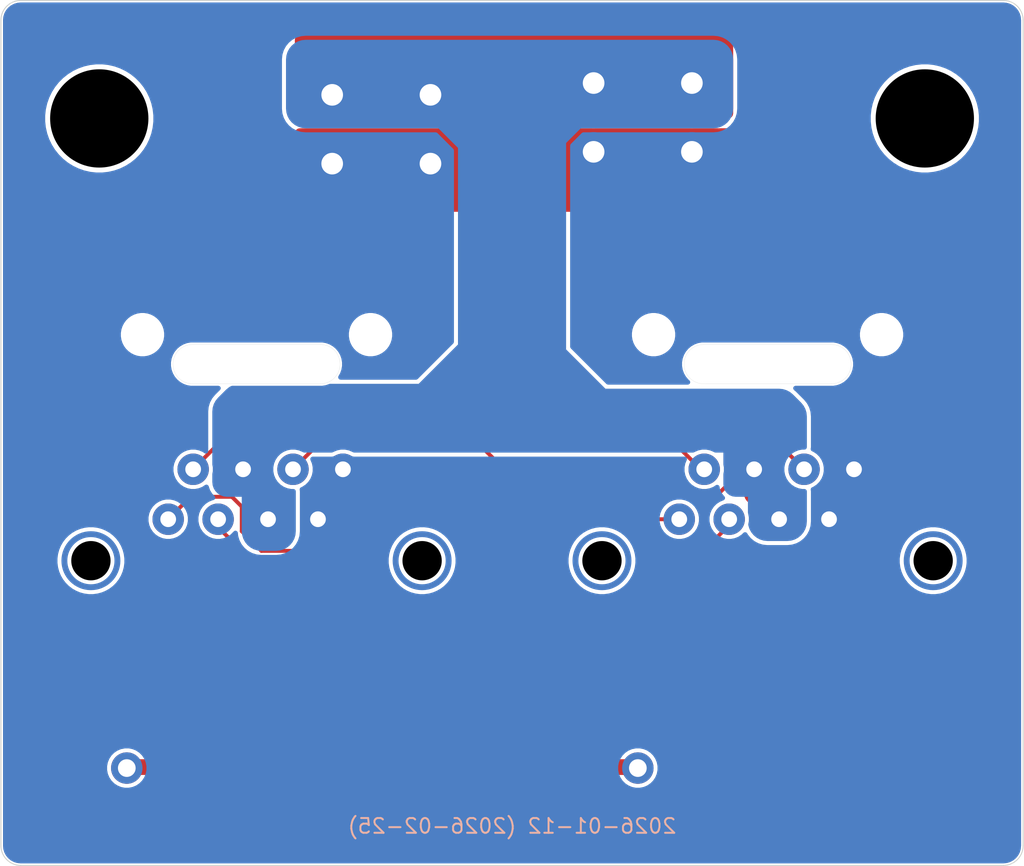
<source format=kicad_pcb>
(kicad_pcb (version 20241229) (generator "pcbnew") (generator_version "9.0")
  (title_block (date "2026-02-25") (rev "2026-01-12"))
  (layers (0 "F.Cu" signal "Front") (4 "In1.Cu" power) (6 "In2.Cu" power) (2 "B.Cu" signal "Back") (13 "F.Paste" user) (5 "F.SilkS" user "F.Silkscreen") (7 "B.SilkS" user "B.Silkscreen") (1 "F.Mask" user) (3 "B.Mask" user) (25 "Edge.Cuts" user))
  (property "Order-Number" "JLCJLCJLCJLC")
  (net 0 "")
  (net 1 "GND")
  (net 2 "+VLINK")
  (net 3 "/RX-A")
  (net 4 "/TX-Z")
  (net 5 "/RX-B")
  (net 6 "/TX-Y")
  (net 7 "Shield")
  (footprint "V2_Mechanical:MountingHole_5mm" (layer "F.Cu") (at 122 79)
    (property "Reference" "H101" (hide yes))
    (property "Value" "5mm" (hide yes))
    (pad "" np_thru_hole circle (at 0 0) (size 5 5) (drill 5) (layers "*.Mask"))
  )
  (footprint "V2_Mechanical:MountingHole_5mm" (layer "F.Cu") (at 164 79)
    (property "Reference" "H102" (hide yes))
    (property "Value" "5mm" (hide yes))
    (pad "" np_thru_hole circle (at 0 0) (size 5 5) (drill 5) (layers "*.Mask"))
  )
  (footprint "V2_Connector_WAGO:2601-1101" (layer "F.Cu") (at 150.25 77.5 90)
    (property "Reference" "J106" (hide yes))
    (property "Value" "WAGO 2601-1101" (hide yes))
    (pad "1" thru_hole circle (at 0.3 -3.1 90) (size 2 2) (drill 1.1) (layers "*.Cu" "*.Mask") (net 2 "+VLINK"))
    (pad "1" thru_hole circle (at 0.3 1.9 90) (size 2 2) (drill 1.1) (layers "*.Cu" "*.Mask") (net 2 "+VLINK"))
  )
  (footprint "V2_Artwork:Plus_Small" (layer "F.Cu") (at 126.5 77.25 90)
    (property "Reference" "ICON102" (hide yes))
    (property "Value" "Plus" (hide yes))
    (fp_circle (center 0 0) (end 1 0) (stroke (width 0.15)) (fill no) (layer "F.Cu"))
    (fp_poly (pts (xy -0.1 -0.6) (xy 0.1 -0.6) (xy 0.1 -0.1) (xy 0.6 -0.1) (xy 0.6 0.1) (xy 0.1 0.1) (xy 0.1 0.6) (xy -0.1 0.6) (xy -0.1 0.1) (xy -0.6 0.1) (xy -0.6 -0.1) (xy -0.1 -0.1)) (fill yes) (layer "F.Cu"))
  )
  (footprint "V2_Connector_EtherCon:NE8FAV" (layer "F.Cu") (at 156 101.5)
    (property "Reference" "J102" (hide yes))
    (property "Value" "NE8FAV" (hide yes))
    (fp_circle (center -8.425 0) (end -7.075 0) (stroke (width 0.3)) (fill no) (layer "B.Cu"))
    (fp_circle (center 8.425 0) (end 9.775 0) (stroke (width 0.3)) (fill no) (layer "B.Cu"))
    (fp_line (start -3.25 -11) (end 3.25 -11) (stroke (width 0.01)) (layer "Edge.Cuts"))
    (fp_line (start 3.25 -9) (end -3.25 -9) (stroke (width 0.01)) (layer "Edge.Cuts"))
    (fp_arc (start -4.25 -10) (mid -3.957107 -10.707107) (end -3.25 -11) (stroke (width 0.01)) (layer "Edge.Cuts"))
    (fp_arc (start -3.25 -9) (mid -3.957107 -9.292894) (end -4.25 -10.000002) (stroke (width 0.01)) (layer "Edge.Cuts"))
    (fp_arc (start 3.25 -11) (mid 3.957107 -10.707107) (end 4.25 -10) (stroke (width 0.01)) (layer "Edge.Cuts"))
    (fp_arc (start 4.25 -10) (mid 3.957107 -9.292893) (end 3.25 -9) (stroke (width 0.01)) (layer "Edge.Cuts"))
    (pad "" np_thru_hole circle (at -8.425 0) (size 2 2) (drill 2) (layers "*.Mask"))
    (pad "" np_thru_hole circle (at -5.8 -11.5) (size 1.7 1.7) (drill 1.7) (layers "*.Cu" "*.Mask"))
    (pad "" np_thru_hole circle (at 5.8 -11.5) (size 1.7 1.7) (drill 1.7) (layers "*.Cu" "*.Mask"))
    (pad "" np_thru_hole circle (at 8.425 0) (size 2 2) (drill 2) (layers "*.Mask"))
    (pad "1" thru_hole circle (at -4.493288 -2.11 180) (size 1.6 1.6) (drill 0.8) (layers "*.Cu" "*.Mask") (net 6 "/TX-Y"))
    (pad "2" thru_hole circle (at -3.223288 -4.65 180) (size 1.6 1.6) (drill 0.8) (layers "*.Cu" "*.Mask") (net 4 "/TX-Z"))
    (pad "3" thru_hole circle (at -1.953288 -2.11 180) (size 1.6 1.6) (drill 0.8) (layers "*.Cu" "*.Mask") (net 3 "/RX-A"))
    (pad "4" thru_hole circle (at -0.683288 -4.65 180) (size 1.6 1.6) (drill 0.8) (layers "*.Cu" "*.Mask") (net 2 "+VLINK"))
    (pad "5" thru_hole circle (at 0.586712 -2.11 180) (size 1.6 1.6) (drill 0.8) (layers "*.Cu" "*.Mask") (net 2 "+VLINK"))
    (pad "6" thru_hole circle (at 1.856712 -4.65 180) (size 1.6 1.6) (drill 0.8) (layers "*.Cu" "*.Mask") (net 5 "/RX-B"))
    (pad "7" thru_hole circle (at 3.126712 -2.11 180) (size 1.6 1.6) (drill 0.8) (layers "*.Cu" "*.Mask") (net 1 "GND"))
    (pad "8" thru_hole circle (at 4.396712 -4.65 180) (size 1.6 1.6) (drill 0.8) (layers "*.Cu" "*.Mask") (net 1 "GND"))
    (pad "S" thru_hole circle (at -6.6 10.55 180) (size 1.6 1.6) (drill 0.9) (layers "*.Cu" "*.Mask") (net 7 "Shield"))
  )
  (footprint "V2_Connector_WAGO:2601-1101" (layer "F.Cu") (at 150.25 81 90)
    (property "Reference" "J105" (hide yes))
    (property "Value" "WAGO 2601-1101" (hide yes))
    (pad "1" thru_hole circle (at 0.3 -3.1 90) (size 2 2) (drill 1.1) (layers "*.Cu" "*.Mask") (net 1 "GND"))
    (pad "1" thru_hole circle (at 0.3 1.9 90) (size 2 2) (drill 1.1) (layers "*.Cu" "*.Mask") (net 1 "GND"))
  )
  (footprint "V2_Connector_EtherCon:NE8FAV" (layer "F.Cu") (at 130 101.5)
    (property "Reference" "J101" (hide yes))
    (property "Value" "NE8FAV" (hide yes))
    (fp_circle (center -8.425 0) (end -7.075 0) (stroke (width 0.3)) (fill no) (layer "B.Cu"))
    (fp_circle (center 8.425 0) (end 9.775 0) (stroke (width 0.3)) (fill no) (layer "B.Cu"))
    (fp_line (start -3.25 -11) (end 3.25 -11) (stroke (width 0.01)) (layer "Edge.Cuts"))
    (fp_line (start 3.25 -9) (end -3.25 -9) (stroke (width 0.01)) (layer "Edge.Cuts"))
    (fp_arc (start -4.25 -10) (mid -3.957107 -10.707107) (end -3.25 -11) (stroke (width 0.01)) (layer "Edge.Cuts"))
    (fp_arc (start -3.25 -9) (mid -3.957107 -9.292894) (end -4.25 -10.000002) (stroke (width 0.01)) (layer "Edge.Cuts"))
    (fp_arc (start 3.25 -11) (mid 3.957107 -10.707107) (end 4.25 -10) (stroke (width 0.01)) (layer "Edge.Cuts"))
    (fp_arc (start 4.25 -10) (mid 3.957107 -9.292893) (end 3.25 -9) (stroke (width 0.01)) (layer "Edge.Cuts"))
    (pad "" np_thru_hole circle (at -8.425 0) (size 2 2) (drill 2) (layers "*.Mask"))
    (pad "" np_thru_hole circle (at -5.8 -11.5) (size 1.7 1.7) (drill 1.7) (layers "*.Cu" "*.Mask"))
    (pad "" np_thru_hole circle (at 5.8 -11.5) (size 1.7 1.7) (drill 1.7) (layers "*.Cu" "*.Mask"))
    (pad "" np_thru_hole circle (at 8.425 0) (size 2 2) (drill 2) (layers "*.Mask"))
    (pad "1" thru_hole circle (at -4.493288 -2.11 180) (size 1.6 1.6) (drill 0.8) (layers "*.Cu" "*.Mask") (net 6 "/TX-Y"))
    (pad "2" thru_hole circle (at -3.223288 -4.65 180) (size 1.6 1.6) (drill 0.8) (layers "*.Cu" "*.Mask") (net 4 "/TX-Z"))
    (pad "3" thru_hole circle (at -1.953288 -2.11 180) (size 1.6 1.6) (drill 0.8) (layers "*.Cu" "*.Mask") (net 3 "/RX-A"))
    (pad "4" thru_hole circle (at -0.683288 -4.65 180) (size 1.6 1.6) (drill 0.8) (layers "*.Cu" "*.Mask") (net 2 "+VLINK"))
    (pad "5" thru_hole circle (at 0.586712 -2.11 180) (size 1.6 1.6) (drill 0.8) (layers "*.Cu" "*.Mask") (net 2 "+VLINK"))
    (pad "6" thru_hole circle (at 1.856712 -4.65 180) (size 1.6 1.6) (drill 0.8) (layers "*.Cu" "*.Mask") (net 5 "/RX-B"))
    (pad "7" thru_hole circle (at 3.126712 -2.11 180) (size 1.6 1.6) (drill 0.8) (layers "*.Cu" "*.Mask") (net 1 "GND"))
    (pad "8" thru_hole circle (at 4.396712 -4.65 180) (size 1.6 1.6) (drill 0.8) (layers "*.Cu" "*.Mask") (net 1 "GND"))
    (pad "S" thru_hole circle (at -6.6 10.55 180) (size 1.6 1.6) (drill 0.9) (layers "*.Cu" "*.Mask") (net 7 "Shield"))
  )
  (footprint "V2_Connector_WAGO:2601-1101" (layer "F.Cu") (at 135.75 81 -90)
    (property "Reference" "J103" (hide yes))
    (property "Value" "WAGO 2601-1101" (hide yes))
    (pad "1" thru_hole circle (at 0.3 -3.1 270) (size 2 2) (drill 1.1) (layers "*.Cu" "*.Mask") (net 1 "GND"))
    (pad "1" thru_hole circle (at 0.3 1.9 270) (size 2 2) (drill 1.1) (layers "*.Cu" "*.Mask") (net 1 "GND"))
  )
  (footprint "V2_Connector_WAGO:2601-1101" (layer "F.Cu") (at 135.75 77.5 -90)
    (property "Reference" "J104" (hide yes))
    (property "Value" "WAGO 2601-1101" (hide yes))
    (pad "1" thru_hole circle (at 0.3 -3.1 270) (size 2 2) (drill 1.1) (layers "*.Cu" "*.Mask") (net 2 "+VLINK"))
    (pad "1" thru_hole circle (at 0.3 1.9 270) (size 2 2) (drill 1.1) (layers "*.Cu" "*.Mask") (net 2 "+VLINK"))
  )
  (footprint "V2_Artwork:Logo_Small" (layer "F.Cu") (at 164 85)
    (property "Reference" "ICON101" (hide yes))
    (property "Value" "V2-logo" (hide yes))
    (fp_poly (pts (xy 2.006758 1.750057) (xy -2.003742 1.750057) (xy -2.003742 0.089057) (xy -1.676242 0.089057) (xy -1.676242 1.422557) (xy 1.679258 1.422557) (xy 1.679258 -1.424943) (xy -2.003742 -1.424943) (xy -2.003742 -1.752443) (xy 2.006758 -1.752443)) (fill yes) (layer "F.Cu"))
    (fp_poly (pts (xy -1.520919 -1.190765) (xy -0.987877 0.632379) (xy -0.96229 0.63477) (xy -0.429473 -1.187605) (xy -0.397658 -1.28383) (xy -0.093581 -1.28383) (xy 0.011405 -1.282303) (xy -0.821464 1.300873) (xy -0.922973 1.304044) (xy -1.126979 1.304044) (xy -1.959811 -1.279026) (xy -1.859182 -1.28383) (xy -1.55515 -1.28383)) (fill yes) (layer "F.Cu"))
    (fp_poly (pts (xy 0.959179 -1.296323) (xy 1.057102 -1.27333) (xy 1.15069 -1.236367) (xy 1.237701 -1.18584) (xy 1.316459 -1.12329) (xy 1.386544 -1.051192) (xy 1.4473 -0.971068) (xy 1.496526 -0.883341) (xy 1.532676 -0.789459) (xy 1.555226 -0.691443) (xy 1.564714 -0.591354) (xy 1.562302 -0.490861) (xy 1.547686 -0.391375) (xy 1.519699 -0.294757) (xy 1.477977 -0.203204) (xy 1.423428 -0.118825) (xy 0.62811 0.902367) (xy 0.666211 0.926016) (xy 1.464718 0.926016) (xy 1.565211 0.930611) (xy 1.565211 1.236646) (xy 1.526846 1.304028) (xy 0.119258 1.304044) (xy 0.119258 0.998218) (xy 0.152529 0.907926) (xy 1.075862 -0.274673) (xy 1.135011 -0.354575) (xy 1.177602 -0.443372) (xy 1.194922 -0.540328) (xy 1.188525 -0.63852) (xy 1.156173 -0.731429) (xy 1.102154 -0.813814) (xy 1.029408 -0.879553) (xy 0.93915 -0.917434) (xy 0.841313 -0.926822) (xy 0.744269 -0.911115) (xy 0.655699 -0.868697) (xy 0.582012 -0.803671) (xy 0.529159 -0.720807) (xy 0.499075 -0.625849) (xy 0.458111 -0.553721) (xy 0.151905 -0.553721) (xy 0.122138 -0.626978) (xy 0.136522 -0.727544) (xy 0.163539 -0.824426) (xy 0.203793 -0.916615) (xy 0.256664 -1.002191) (xy 0.320597 -1.07979) (xy 0.393413 -1.149125) (xy 0.474729 -1.208346) (xy 0.563921 -1.254958) (xy 0.65936 -1.286951) (xy 0.758577 -1.303726) (xy 0.859118 -1.306199)) (fill yes) (layer "F.Cu"))
    (zone (net 0) (net_name "") (layer "F.Cu") (connect_pads (clearance 0)) (min_thickness 0.254)
      (keepout (tracks not_allowed) (vias not_allowed) (pads not_allowed) (copperpour not_allowed) (footprints allowed))
      (fill (thermal_gap 0.508) (thermal_bridge_width 0.508))
      (polygon (pts (xy 161.7 87) (xy 166.3 87) (xy 166.3 82.995) (xy 161.7 82.995) (xy 161.7 83.6) (xy 162.1 84.8) (xy 161.7 84.8)))
    )
  )
  (footprint "V2_Artwork:Plus_Small" (layer "F.Cu") (at 159.5 77.25)
    (property "Reference" "ICON103" (hide yes))
    (property "Value" "Plus" (hide yes))
    (fp_circle (center 0 0) (end 1 0) (stroke (width 0.15)) (fill no) (layer "F.Cu"))
    (fp_poly (pts (xy -0.1 -0.6) (xy 0.1 -0.6) (xy 0.1 -0.1) (xy 0.6 -0.1) (xy 0.6 0.1) (xy 0.1 0.1) (xy 0.1 0.6) (xy -0.1 0.6) (xy -0.1 0.1) (xy -0.6 0.1) (xy -0.6 -0.1) (xy -0.1 -0.1)) (fill yes) (layer "F.Cu"))
  )
  (footprint "V2_Production:Revision" (layer "B.Cu") (at 143 115 180)
    (property "Reference" "INFO101" (hide yes))
    (property "Value" "~" (hide yes))
    (fp_text user "${REVISION} (${ISSUE_DATE})" (at 0 0 0) (layer "B.SilkS") (effects (font (size 0.75 0.75) (thickness 0.1)) (justify mirror)))
  )
  (gr_line (start 117 74) (end 117 116) (stroke (width 0.05)) (layer "Edge.Cuts"))
  (gr_arc (start 117 74) (mid 117.292893 73.292893) (end 118 73) (stroke (width 0.05)) (layer "Edge.Cuts"))
  (gr_line (start 118 73) (end 168 73) (stroke (width 0.05)) (layer "Edge.Cuts"))
  (gr_arc (start 118 117) (mid 117.292893 116.707107) (end 117 116) (stroke (width 0.05)) (layer "Edge.Cuts"))
  (gr_line (start 118 117) (end 168 117) (stroke (width 0.05)) (layer "Edge.Cuts"))
  (gr_arc (start 168 73) (mid 168.707107 73.292893) (end 169 74) (stroke (width 0.05)) (layer "Edge.Cuts"))
  (gr_line (start 169 74) (end 169 116) (stroke (width 0.05)) (layer "Edge.Cuts"))
  (gr_arc (start 169 116) (mid 168.707107 116.707107) (end 168 117) (stroke (width 0.05)) (layer "Edge.Cuts"))
  (segment (start 160.396712 96.85) (end 160.396712 98.12) (width 1) (layer "F.Cu") (net 1))
  (segment (start 134.396712 98.12) (end 133.126712 99.39) (width 1) (layer "F.Cu") (net 1))
  (segment (start 160.396712 98.12) (end 159.126712 99.39) (width 1) (layer "F.Cu") (net 1))
  (segment (start 134.396712 96.85) (end 134.396712 98.12) (width 1) (layer "F.Cu") (net 1))
  (segment (start 130.586712 98.12) (end 129.316712 96.85) (width 1) (layer "F.Cu") (net 2))
  (segment (start 155.316712 98.12) (end 156.586712 99.39) (width 1) (layer "F.Cu") (net 2))
  (segment (start 130.586712 99.39) (end 130.586712 98.12) (width 1) (layer "F.Cu") (net 2))
  (segment (start 155.316712 96.85) (end 155.316712 98.12) (width 1) (layer "F.Cu") (net 2))
  (segment (start 154.071156 99.664659) (end 154.071156 99.355404) (width 0.2) (layer "F.Cu") (net 3))
  (segment (start 150.235815 103.5) (end 154.071156 99.664659) (width 0.2) (layer "F.Cu") (net 3))
  (segment (start 128.046712 99.796712) (end 131.75 103.5) (width 0.2) (layer "F.Cu") (net 3))
  (segment (start 131.75 103.5) (end 150.235815 103.5) (width 0.2) (layer "F.Cu") (net 3))
  (segment (start 128.046712 99.39) (end 128.046712 99.796712) (width 0.2) (layer "F.Cu") (net 3))
  (segment (start 128.071156 99.355404) (end 128.024444 99.402116) (width 0.2) (layer "B.Cu") (net 3))
  (segment (start 152.565404 96.815404) (end 152.801156 96.815404) (width 0.2) (layer "F.Cu") (net 4))
  (segment (start 126.801156 96.815404) (end 129.11656 94.5) (width 0.2) (layer "F.Cu") (net 4))
  (segment (start 129.11656 94.5) (end 150.25 94.5) (width 0.2) (layer "F.Cu") (net 4))
  (segment (start 150.25 94.5) (end 152.565404 96.815404) (width 0.2) (layer "F.Cu") (net 4))
  (segment (start 143.95 98.2) (end 153.4 98.2) (width 0.2) (layer "F.Cu") (net 5))
  (segment (start 133.206712 95.5) (end 141.25 95.5) (width 0.2) (layer "F.Cu") (net 5))
  (segment (start 141.25 95.5) (end 143.95 98.2) (width 0.2) (layer "F.Cu") (net 5))
  (segment (start 156.606712 95.6) (end 157.856712 96.85) (width 0.2) (layer "F.Cu") (net 5))
  (segment (start 153.4 98.2) (end 154 97.6) (width 0.2) (layer "F.Cu") (net 5))
  (segment (start 154.8 95.6) (end 156.606712 95.6) (width 0.2) (layer "F.Cu") (net 5))
  (segment (start 131.856712 96.85) (end 133.206712 95.5) (width 0.2) (layer "F.Cu") (net 5))
  (segment (start 154 96.4) (end 154.8 95.6) (width 0.2) (layer "F.Cu") (net 5))
  (segment (start 154 97.6) (end 154 96.4) (width 0.2) (layer "F.Cu") (net 5))
  (segment (start 131.856712 97.106712) (end 131.856712 96.85) (width 0.2) (layer "F.Cu") (net 5))
  (segment (start 131.920412 96.815404) (end 131.881156 96.815404) (width 0.2) (layer "B.Cu") (net 5))
  (segment (start 126.646712 98.25) (end 128.75 98.25) (width 0.2) (layer "F.Cu") (net 6))
  (segment (start 134 101) (end 135.61 99.39) (width 0.2) (layer "F.Cu") (net 6))
  (segment (start 135.61 99.39) (end 151.506712 99.39) (width 0.2) (layer "F.Cu") (net 6))
  (segment (start 130.25 101) (end 134 101) (width 0.2) (layer "F.Cu") (net 6))
  (segment (start 151.506712 99.743288) (end 151.506712 99.39) (width 0.2) (layer "F.Cu") (net 6))
  (segment (start 125.506712 99.39) (end 126.646712 98.25) (width 0.2) (layer "F.Cu") (net 6))
  (segment (start 129.25 98.75) (end 129.25 100) (width 0.2) (layer "F.Cu") (net 6))
  (segment (start 128.75 98.25) (end 129.25 98.75) (width 0.2) (layer "F.Cu") (net 6))
  (segment (start 129.25 100) (end 130.25 101) (width 0.2) (layer "F.Cu") (net 6))
  (segment (start 123.5 112) (end 149.5 112) (width 0.8) (layer "F.Cu") (net 7))
  (zone (net 1) (net_name "GND") (layer "F.Cu") (priority 1) (connect_pads yes (clearance 0.2)) (min_thickness 0.25) (fill yes (thermal_gap 0.5) (thermal_bridge_width 0.5) (smoothing fillet) (radius 0.25))
    (polygon (pts (xy 131.95 79.5) (xy 154.25 79.5) (xy 154.25 83.75) (xy 131.95 83.75)))
  )
  (zone (net 2) (net_name "+VLINK") (layers "F.Cu" "In1.Cu" "In2.Cu") (priority 1) (connect_pads yes (clearance 0.2)) (min_thickness 0.25) (fill yes (thermal_gap 0.5) (thermal_bridge_width 0.5) (smoothing fillet) (radius 0.25))
    (polygon (pts (xy 131.95 74.75) (xy 154.25 74.75) (xy 154.25 79) (xy 131.95 79)))
  )
  (zone (net 2) (net_name "+VLINK") (layer "B.Cu") (priority 1) (connect_pads yes (clearance 0.2)) (min_thickness 0.25) (fill yes (thermal_gap 0.5) (thermal_bridge_width 0.5) (smoothing fillet) (radius 1))
    (polygon (pts (xy 154.25 79.5) (xy 146.5 79.5) (xy 145.75 80.25) (xy 145.75 90.75) (xy 147.75 92.75) (xy 157 92.75) (xy 158 93.75) (xy 158 100.5) (xy 155 100.5) (xy 155 98.25) (xy 153.75 98.25) (xy 153.75 96) (xy 132 96) (xy 132 101) (xy 129.25 101) (xy 129.25 98.25) (xy 127.75 98.25) (xy 127.75 93.5) (xy 128.75 92.5) (xy 138.25 92.5) (xy 140.25 90.5) (xy 140.25 80.5) (xy 139.25 79.5) (xy 131.5 79.5) (xy 131.5 75) (xy 154.25 75)))
  )
  (zone (net 1) (net_name "GND") (layers "B.Cu" "In1.Cu" "In2.Cu") (connect_pads yes (clearance 0.2)) (min_thickness 0.25) (fill yes (thermal_gap 0.5) (thermal_bridge_width 0.5) (smoothing fillet) (radius 1))
    (polygon (pts (xy 169 73) (xy 117 73) (xy 117 117) (xy 169 117)))
  )
)
</source>
